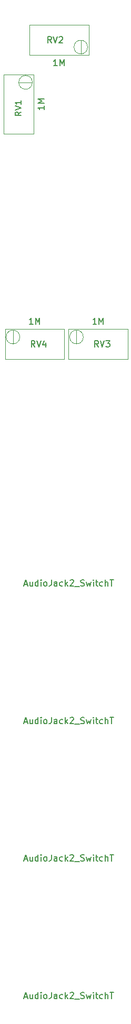
<source format=gbr>
%TF.GenerationSoftware,KiCad,Pcbnew,(5.1.9)-1*%
%TF.CreationDate,2021-09-21T18:31:50+01:00*%
%TF.ProjectId,Kosmo Noise,4b6f736d-6f20-44e6-9f69-73652e6b6963,rev?*%
%TF.SameCoordinates,Original*%
%TF.FileFunction,Other,Fab,Top*%
%FSLAX46Y46*%
G04 Gerber Fmt 4.6, Leading zero omitted, Abs format (unit mm)*
G04 Created by KiCad (PCBNEW (5.1.9)-1) date 2021-09-21 18:31:50*
%MOMM*%
%LPD*%
G01*
G04 APERTURE LIST*
%ADD10C,0.100000*%
%ADD11C,0.150000*%
G04 APERTURE END LIST*
D10*
%TO.C,RV1*%
X23183000Y-35565000D02*
X21014000Y-35564000D01*
X23183000Y-35565000D02*
X21014000Y-35564000D01*
X18538000Y-34295000D02*
X18538000Y-43825000D01*
X23368000Y-34295000D02*
X18538000Y-34295000D01*
X23368000Y-43825000D02*
X23368000Y-34295000D01*
X18538000Y-43825000D02*
X23368000Y-43825000D01*
X23193000Y-35565000D02*
G75*
G03*
X23193000Y-35565000I-1095000J0D01*
G01*
%TO.C,RV2*%
X32078000Y-29908500D02*
G75*
G03*
X32078000Y-29908500I-1095000J0D01*
G01*
X22723000Y-26348500D02*
X22723000Y-31178500D01*
X22723000Y-31178500D02*
X32253000Y-31178500D01*
X32253000Y-31178500D02*
X32253000Y-26348500D01*
X32253000Y-26348500D02*
X22723000Y-26348500D01*
X30983000Y-30993500D02*
X30984000Y-28824500D01*
X30983000Y-30993500D02*
X30984000Y-28824500D01*
%TO.C,RV3*%
X30294500Y-75242000D02*
X30293500Y-77411000D01*
X30294500Y-75242000D02*
X30293500Y-77411000D01*
X29024500Y-79887000D02*
X38554500Y-79887000D01*
X29024500Y-75057000D02*
X29024500Y-79887000D01*
X38554500Y-75057000D02*
X29024500Y-75057000D01*
X38554500Y-79887000D02*
X38554500Y-75057000D01*
X31389500Y-76327000D02*
G75*
G03*
X31389500Y-76327000I-1095000J0D01*
G01*
%TO.C,RV4*%
X21166000Y-76327000D02*
G75*
G03*
X21166000Y-76327000I-1095000J0D01*
G01*
X28331000Y-79887000D02*
X28331000Y-75057000D01*
X28331000Y-75057000D02*
X18801000Y-75057000D01*
X18801000Y-75057000D02*
X18801000Y-79887000D01*
X18801000Y-79887000D02*
X28331000Y-79887000D01*
X20071000Y-75242000D02*
X20070000Y-77411000D01*
X20071000Y-75242000D02*
X20070000Y-77411000D01*
%TD*%
%TO.C,J2*%
D11*
X21876642Y-115894166D02*
X22352833Y-115894166D01*
X21781404Y-116179880D02*
X22114738Y-115179880D01*
X22448071Y-116179880D01*
X23209976Y-115513214D02*
X23209976Y-116179880D01*
X22781404Y-115513214D02*
X22781404Y-116037023D01*
X22829023Y-116132261D01*
X22924261Y-116179880D01*
X23067119Y-116179880D01*
X23162357Y-116132261D01*
X23209976Y-116084642D01*
X24114738Y-116179880D02*
X24114738Y-115179880D01*
X24114738Y-116132261D02*
X24019499Y-116179880D01*
X23829023Y-116179880D01*
X23733785Y-116132261D01*
X23686166Y-116084642D01*
X23638547Y-115989404D01*
X23638547Y-115703690D01*
X23686166Y-115608452D01*
X23733785Y-115560833D01*
X23829023Y-115513214D01*
X24019499Y-115513214D01*
X24114738Y-115560833D01*
X24590928Y-116179880D02*
X24590928Y-115513214D01*
X24590928Y-115179880D02*
X24543309Y-115227500D01*
X24590928Y-115275119D01*
X24638547Y-115227500D01*
X24590928Y-115179880D01*
X24590928Y-115275119D01*
X25209976Y-116179880D02*
X25114738Y-116132261D01*
X25067119Y-116084642D01*
X25019499Y-115989404D01*
X25019499Y-115703690D01*
X25067119Y-115608452D01*
X25114738Y-115560833D01*
X25209976Y-115513214D01*
X25352833Y-115513214D01*
X25448071Y-115560833D01*
X25495690Y-115608452D01*
X25543309Y-115703690D01*
X25543309Y-115989404D01*
X25495690Y-116084642D01*
X25448071Y-116132261D01*
X25352833Y-116179880D01*
X25209976Y-116179880D01*
X26257595Y-115179880D02*
X26257595Y-115894166D01*
X26209976Y-116037023D01*
X26114738Y-116132261D01*
X25971880Y-116179880D01*
X25876642Y-116179880D01*
X27162357Y-116179880D02*
X27162357Y-115656071D01*
X27114738Y-115560833D01*
X27019499Y-115513214D01*
X26829023Y-115513214D01*
X26733785Y-115560833D01*
X27162357Y-116132261D02*
X27067119Y-116179880D01*
X26829023Y-116179880D01*
X26733785Y-116132261D01*
X26686166Y-116037023D01*
X26686166Y-115941785D01*
X26733785Y-115846547D01*
X26829023Y-115798928D01*
X27067119Y-115798928D01*
X27162357Y-115751309D01*
X28067119Y-116132261D02*
X27971880Y-116179880D01*
X27781404Y-116179880D01*
X27686166Y-116132261D01*
X27638547Y-116084642D01*
X27590928Y-115989404D01*
X27590928Y-115703690D01*
X27638547Y-115608452D01*
X27686166Y-115560833D01*
X27781404Y-115513214D01*
X27971880Y-115513214D01*
X28067119Y-115560833D01*
X28495690Y-116179880D02*
X28495690Y-115179880D01*
X28590928Y-115798928D02*
X28876642Y-116179880D01*
X28876642Y-115513214D02*
X28495690Y-115894166D01*
X29257595Y-115275119D02*
X29305214Y-115227500D01*
X29400452Y-115179880D01*
X29638547Y-115179880D01*
X29733785Y-115227500D01*
X29781404Y-115275119D01*
X29829023Y-115370357D01*
X29829023Y-115465595D01*
X29781404Y-115608452D01*
X29209976Y-116179880D01*
X29829023Y-116179880D01*
X30019499Y-116275119D02*
X30781404Y-116275119D01*
X30971880Y-116132261D02*
X31114738Y-116179880D01*
X31352833Y-116179880D01*
X31448071Y-116132261D01*
X31495690Y-116084642D01*
X31543309Y-115989404D01*
X31543309Y-115894166D01*
X31495690Y-115798928D01*
X31448071Y-115751309D01*
X31352833Y-115703690D01*
X31162357Y-115656071D01*
X31067119Y-115608452D01*
X31019500Y-115560833D01*
X30971880Y-115465595D01*
X30971880Y-115370357D01*
X31019500Y-115275119D01*
X31067119Y-115227500D01*
X31162357Y-115179880D01*
X31400452Y-115179880D01*
X31543309Y-115227500D01*
X31876642Y-115513214D02*
X32067119Y-116179880D01*
X32257595Y-115703690D01*
X32448071Y-116179880D01*
X32638547Y-115513214D01*
X33019499Y-116179880D02*
X33019499Y-115513214D01*
X33019499Y-115179880D02*
X32971880Y-115227500D01*
X33019499Y-115275119D01*
X33067119Y-115227500D01*
X33019499Y-115179880D01*
X33019499Y-115275119D01*
X33352833Y-115513214D02*
X33733785Y-115513214D01*
X33495690Y-115179880D02*
X33495690Y-116037023D01*
X33543309Y-116132261D01*
X33638547Y-116179880D01*
X33733785Y-116179880D01*
X34495690Y-116132261D02*
X34400452Y-116179880D01*
X34209976Y-116179880D01*
X34114738Y-116132261D01*
X34067119Y-116084642D01*
X34019499Y-115989404D01*
X34019499Y-115703690D01*
X34067119Y-115608452D01*
X34114738Y-115560833D01*
X34209976Y-115513214D01*
X34400452Y-115513214D01*
X34495690Y-115560833D01*
X34924261Y-116179880D02*
X34924261Y-115179880D01*
X35352833Y-116179880D02*
X35352833Y-115656071D01*
X35305214Y-115560833D01*
X35209976Y-115513214D01*
X35067119Y-115513214D01*
X34971880Y-115560833D01*
X34924261Y-115608452D01*
X35686166Y-115179880D02*
X36257595Y-115179880D01*
X35971880Y-116179880D02*
X35971880Y-115179880D01*
%TO.C,J1*%
X21876642Y-159899666D02*
X22352833Y-159899666D01*
X21781404Y-160185380D02*
X22114738Y-159185380D01*
X22448071Y-160185380D01*
X23209976Y-159518714D02*
X23209976Y-160185380D01*
X22781404Y-159518714D02*
X22781404Y-160042523D01*
X22829023Y-160137761D01*
X22924261Y-160185380D01*
X23067119Y-160185380D01*
X23162357Y-160137761D01*
X23209976Y-160090142D01*
X24114738Y-160185380D02*
X24114738Y-159185380D01*
X24114738Y-160137761D02*
X24019499Y-160185380D01*
X23829023Y-160185380D01*
X23733785Y-160137761D01*
X23686166Y-160090142D01*
X23638547Y-159994904D01*
X23638547Y-159709190D01*
X23686166Y-159613952D01*
X23733785Y-159566333D01*
X23829023Y-159518714D01*
X24019499Y-159518714D01*
X24114738Y-159566333D01*
X24590928Y-160185380D02*
X24590928Y-159518714D01*
X24590928Y-159185380D02*
X24543309Y-159233000D01*
X24590928Y-159280619D01*
X24638547Y-159233000D01*
X24590928Y-159185380D01*
X24590928Y-159280619D01*
X25209976Y-160185380D02*
X25114738Y-160137761D01*
X25067119Y-160090142D01*
X25019499Y-159994904D01*
X25019499Y-159709190D01*
X25067119Y-159613952D01*
X25114738Y-159566333D01*
X25209976Y-159518714D01*
X25352833Y-159518714D01*
X25448071Y-159566333D01*
X25495690Y-159613952D01*
X25543309Y-159709190D01*
X25543309Y-159994904D01*
X25495690Y-160090142D01*
X25448071Y-160137761D01*
X25352833Y-160185380D01*
X25209976Y-160185380D01*
X26257595Y-159185380D02*
X26257595Y-159899666D01*
X26209976Y-160042523D01*
X26114738Y-160137761D01*
X25971880Y-160185380D01*
X25876642Y-160185380D01*
X27162357Y-160185380D02*
X27162357Y-159661571D01*
X27114738Y-159566333D01*
X27019499Y-159518714D01*
X26829023Y-159518714D01*
X26733785Y-159566333D01*
X27162357Y-160137761D02*
X27067119Y-160185380D01*
X26829023Y-160185380D01*
X26733785Y-160137761D01*
X26686166Y-160042523D01*
X26686166Y-159947285D01*
X26733785Y-159852047D01*
X26829023Y-159804428D01*
X27067119Y-159804428D01*
X27162357Y-159756809D01*
X28067119Y-160137761D02*
X27971880Y-160185380D01*
X27781404Y-160185380D01*
X27686166Y-160137761D01*
X27638547Y-160090142D01*
X27590928Y-159994904D01*
X27590928Y-159709190D01*
X27638547Y-159613952D01*
X27686166Y-159566333D01*
X27781404Y-159518714D01*
X27971880Y-159518714D01*
X28067119Y-159566333D01*
X28495690Y-160185380D02*
X28495690Y-159185380D01*
X28590928Y-159804428D02*
X28876642Y-160185380D01*
X28876642Y-159518714D02*
X28495690Y-159899666D01*
X29257595Y-159280619D02*
X29305214Y-159233000D01*
X29400452Y-159185380D01*
X29638547Y-159185380D01*
X29733785Y-159233000D01*
X29781404Y-159280619D01*
X29829023Y-159375857D01*
X29829023Y-159471095D01*
X29781404Y-159613952D01*
X29209976Y-160185380D01*
X29829023Y-160185380D01*
X30019499Y-160280619D02*
X30781404Y-160280619D01*
X30971880Y-160137761D02*
X31114738Y-160185380D01*
X31352833Y-160185380D01*
X31448071Y-160137761D01*
X31495690Y-160090142D01*
X31543309Y-159994904D01*
X31543309Y-159899666D01*
X31495690Y-159804428D01*
X31448071Y-159756809D01*
X31352833Y-159709190D01*
X31162357Y-159661571D01*
X31067119Y-159613952D01*
X31019500Y-159566333D01*
X30971880Y-159471095D01*
X30971880Y-159375857D01*
X31019500Y-159280619D01*
X31067119Y-159233000D01*
X31162357Y-159185380D01*
X31400452Y-159185380D01*
X31543309Y-159233000D01*
X31876642Y-159518714D02*
X32067119Y-160185380D01*
X32257595Y-159709190D01*
X32448071Y-160185380D01*
X32638547Y-159518714D01*
X33019499Y-160185380D02*
X33019499Y-159518714D01*
X33019499Y-159185380D02*
X32971880Y-159233000D01*
X33019499Y-159280619D01*
X33067119Y-159233000D01*
X33019499Y-159185380D01*
X33019499Y-159280619D01*
X33352833Y-159518714D02*
X33733785Y-159518714D01*
X33495690Y-159185380D02*
X33495690Y-160042523D01*
X33543309Y-160137761D01*
X33638547Y-160185380D01*
X33733785Y-160185380D01*
X34495690Y-160137761D02*
X34400452Y-160185380D01*
X34209976Y-160185380D01*
X34114738Y-160137761D01*
X34067119Y-160090142D01*
X34019499Y-159994904D01*
X34019499Y-159709190D01*
X34067119Y-159613952D01*
X34114738Y-159566333D01*
X34209976Y-159518714D01*
X34400452Y-159518714D01*
X34495690Y-159566333D01*
X34924261Y-160185380D02*
X34924261Y-159185380D01*
X35352833Y-160185380D02*
X35352833Y-159661571D01*
X35305214Y-159566333D01*
X35209976Y-159518714D01*
X35067119Y-159518714D01*
X34971880Y-159566333D01*
X34924261Y-159613952D01*
X35686166Y-159185380D02*
X36257595Y-159185380D01*
X35971880Y-160185380D02*
X35971880Y-159185380D01*
%TO.C,J3*%
X21876642Y-181934166D02*
X22352833Y-181934166D01*
X21781404Y-182219880D02*
X22114738Y-181219880D01*
X22448071Y-182219880D01*
X23209976Y-181553214D02*
X23209976Y-182219880D01*
X22781404Y-181553214D02*
X22781404Y-182077023D01*
X22829023Y-182172261D01*
X22924261Y-182219880D01*
X23067119Y-182219880D01*
X23162357Y-182172261D01*
X23209976Y-182124642D01*
X24114738Y-182219880D02*
X24114738Y-181219880D01*
X24114738Y-182172261D02*
X24019499Y-182219880D01*
X23829023Y-182219880D01*
X23733785Y-182172261D01*
X23686166Y-182124642D01*
X23638547Y-182029404D01*
X23638547Y-181743690D01*
X23686166Y-181648452D01*
X23733785Y-181600833D01*
X23829023Y-181553214D01*
X24019499Y-181553214D01*
X24114738Y-181600833D01*
X24590928Y-182219880D02*
X24590928Y-181553214D01*
X24590928Y-181219880D02*
X24543309Y-181267500D01*
X24590928Y-181315119D01*
X24638547Y-181267500D01*
X24590928Y-181219880D01*
X24590928Y-181315119D01*
X25209976Y-182219880D02*
X25114738Y-182172261D01*
X25067119Y-182124642D01*
X25019499Y-182029404D01*
X25019499Y-181743690D01*
X25067119Y-181648452D01*
X25114738Y-181600833D01*
X25209976Y-181553214D01*
X25352833Y-181553214D01*
X25448071Y-181600833D01*
X25495690Y-181648452D01*
X25543309Y-181743690D01*
X25543309Y-182029404D01*
X25495690Y-182124642D01*
X25448071Y-182172261D01*
X25352833Y-182219880D01*
X25209976Y-182219880D01*
X26257595Y-181219880D02*
X26257595Y-181934166D01*
X26209976Y-182077023D01*
X26114738Y-182172261D01*
X25971880Y-182219880D01*
X25876642Y-182219880D01*
X27162357Y-182219880D02*
X27162357Y-181696071D01*
X27114738Y-181600833D01*
X27019499Y-181553214D01*
X26829023Y-181553214D01*
X26733785Y-181600833D01*
X27162357Y-182172261D02*
X27067119Y-182219880D01*
X26829023Y-182219880D01*
X26733785Y-182172261D01*
X26686166Y-182077023D01*
X26686166Y-181981785D01*
X26733785Y-181886547D01*
X26829023Y-181838928D01*
X27067119Y-181838928D01*
X27162357Y-181791309D01*
X28067119Y-182172261D02*
X27971880Y-182219880D01*
X27781404Y-182219880D01*
X27686166Y-182172261D01*
X27638547Y-182124642D01*
X27590928Y-182029404D01*
X27590928Y-181743690D01*
X27638547Y-181648452D01*
X27686166Y-181600833D01*
X27781404Y-181553214D01*
X27971880Y-181553214D01*
X28067119Y-181600833D01*
X28495690Y-182219880D02*
X28495690Y-181219880D01*
X28590928Y-181838928D02*
X28876642Y-182219880D01*
X28876642Y-181553214D02*
X28495690Y-181934166D01*
X29257595Y-181315119D02*
X29305214Y-181267500D01*
X29400452Y-181219880D01*
X29638547Y-181219880D01*
X29733785Y-181267500D01*
X29781404Y-181315119D01*
X29829023Y-181410357D01*
X29829023Y-181505595D01*
X29781404Y-181648452D01*
X29209976Y-182219880D01*
X29829023Y-182219880D01*
X30019499Y-182315119D02*
X30781404Y-182315119D01*
X30971880Y-182172261D02*
X31114738Y-182219880D01*
X31352833Y-182219880D01*
X31448071Y-182172261D01*
X31495690Y-182124642D01*
X31543309Y-182029404D01*
X31543309Y-181934166D01*
X31495690Y-181838928D01*
X31448071Y-181791309D01*
X31352833Y-181743690D01*
X31162357Y-181696071D01*
X31067119Y-181648452D01*
X31019500Y-181600833D01*
X30971880Y-181505595D01*
X30971880Y-181410357D01*
X31019500Y-181315119D01*
X31067119Y-181267500D01*
X31162357Y-181219880D01*
X31400452Y-181219880D01*
X31543309Y-181267500D01*
X31876642Y-181553214D02*
X32067119Y-182219880D01*
X32257595Y-181743690D01*
X32448071Y-182219880D01*
X32638547Y-181553214D01*
X33019499Y-182219880D02*
X33019499Y-181553214D01*
X33019499Y-181219880D02*
X32971880Y-181267500D01*
X33019499Y-181315119D01*
X33067119Y-181267500D01*
X33019499Y-181219880D01*
X33019499Y-181315119D01*
X33352833Y-181553214D02*
X33733785Y-181553214D01*
X33495690Y-181219880D02*
X33495690Y-182077023D01*
X33543309Y-182172261D01*
X33638547Y-182219880D01*
X33733785Y-182219880D01*
X34495690Y-182172261D02*
X34400452Y-182219880D01*
X34209976Y-182219880D01*
X34114738Y-182172261D01*
X34067119Y-182124642D01*
X34019499Y-182029404D01*
X34019499Y-181743690D01*
X34067119Y-181648452D01*
X34114738Y-181600833D01*
X34209976Y-181553214D01*
X34400452Y-181553214D01*
X34495690Y-181600833D01*
X34924261Y-182219880D02*
X34924261Y-181219880D01*
X35352833Y-182219880D02*
X35352833Y-181696071D01*
X35305214Y-181600833D01*
X35209976Y-181553214D01*
X35067119Y-181553214D01*
X34971880Y-181600833D01*
X34924261Y-181648452D01*
X35686166Y-181219880D02*
X36257595Y-181219880D01*
X35971880Y-182219880D02*
X35971880Y-181219880D01*
%TO.C,J5*%
X21876642Y-137928666D02*
X22352833Y-137928666D01*
X21781404Y-138214380D02*
X22114738Y-137214380D01*
X22448071Y-138214380D01*
X23209976Y-137547714D02*
X23209976Y-138214380D01*
X22781404Y-137547714D02*
X22781404Y-138071523D01*
X22829023Y-138166761D01*
X22924261Y-138214380D01*
X23067119Y-138214380D01*
X23162357Y-138166761D01*
X23209976Y-138119142D01*
X24114738Y-138214380D02*
X24114738Y-137214380D01*
X24114738Y-138166761D02*
X24019499Y-138214380D01*
X23829023Y-138214380D01*
X23733785Y-138166761D01*
X23686166Y-138119142D01*
X23638547Y-138023904D01*
X23638547Y-137738190D01*
X23686166Y-137642952D01*
X23733785Y-137595333D01*
X23829023Y-137547714D01*
X24019499Y-137547714D01*
X24114738Y-137595333D01*
X24590928Y-138214380D02*
X24590928Y-137547714D01*
X24590928Y-137214380D02*
X24543309Y-137262000D01*
X24590928Y-137309619D01*
X24638547Y-137262000D01*
X24590928Y-137214380D01*
X24590928Y-137309619D01*
X25209976Y-138214380D02*
X25114738Y-138166761D01*
X25067119Y-138119142D01*
X25019499Y-138023904D01*
X25019499Y-137738190D01*
X25067119Y-137642952D01*
X25114738Y-137595333D01*
X25209976Y-137547714D01*
X25352833Y-137547714D01*
X25448071Y-137595333D01*
X25495690Y-137642952D01*
X25543309Y-137738190D01*
X25543309Y-138023904D01*
X25495690Y-138119142D01*
X25448071Y-138166761D01*
X25352833Y-138214380D01*
X25209976Y-138214380D01*
X26257595Y-137214380D02*
X26257595Y-137928666D01*
X26209976Y-138071523D01*
X26114738Y-138166761D01*
X25971880Y-138214380D01*
X25876642Y-138214380D01*
X27162357Y-138214380D02*
X27162357Y-137690571D01*
X27114738Y-137595333D01*
X27019499Y-137547714D01*
X26829023Y-137547714D01*
X26733785Y-137595333D01*
X27162357Y-138166761D02*
X27067119Y-138214380D01*
X26829023Y-138214380D01*
X26733785Y-138166761D01*
X26686166Y-138071523D01*
X26686166Y-137976285D01*
X26733785Y-137881047D01*
X26829023Y-137833428D01*
X27067119Y-137833428D01*
X27162357Y-137785809D01*
X28067119Y-138166761D02*
X27971880Y-138214380D01*
X27781404Y-138214380D01*
X27686166Y-138166761D01*
X27638547Y-138119142D01*
X27590928Y-138023904D01*
X27590928Y-137738190D01*
X27638547Y-137642952D01*
X27686166Y-137595333D01*
X27781404Y-137547714D01*
X27971880Y-137547714D01*
X28067119Y-137595333D01*
X28495690Y-138214380D02*
X28495690Y-137214380D01*
X28590928Y-137833428D02*
X28876642Y-138214380D01*
X28876642Y-137547714D02*
X28495690Y-137928666D01*
X29257595Y-137309619D02*
X29305214Y-137262000D01*
X29400452Y-137214380D01*
X29638547Y-137214380D01*
X29733785Y-137262000D01*
X29781404Y-137309619D01*
X29829023Y-137404857D01*
X29829023Y-137500095D01*
X29781404Y-137642952D01*
X29209976Y-138214380D01*
X29829023Y-138214380D01*
X30019499Y-138309619D02*
X30781404Y-138309619D01*
X30971880Y-138166761D02*
X31114738Y-138214380D01*
X31352833Y-138214380D01*
X31448071Y-138166761D01*
X31495690Y-138119142D01*
X31543309Y-138023904D01*
X31543309Y-137928666D01*
X31495690Y-137833428D01*
X31448071Y-137785809D01*
X31352833Y-137738190D01*
X31162357Y-137690571D01*
X31067119Y-137642952D01*
X31019500Y-137595333D01*
X30971880Y-137500095D01*
X30971880Y-137404857D01*
X31019500Y-137309619D01*
X31067119Y-137262000D01*
X31162357Y-137214380D01*
X31400452Y-137214380D01*
X31543309Y-137262000D01*
X31876642Y-137547714D02*
X32067119Y-138214380D01*
X32257595Y-137738190D01*
X32448071Y-138214380D01*
X32638547Y-137547714D01*
X33019499Y-138214380D02*
X33019499Y-137547714D01*
X33019499Y-137214380D02*
X32971880Y-137262000D01*
X33019499Y-137309619D01*
X33067119Y-137262000D01*
X33019499Y-137214380D01*
X33019499Y-137309619D01*
X33352833Y-137547714D02*
X33733785Y-137547714D01*
X33495690Y-137214380D02*
X33495690Y-138071523D01*
X33543309Y-138166761D01*
X33638547Y-138214380D01*
X33733785Y-138214380D01*
X34495690Y-138166761D02*
X34400452Y-138214380D01*
X34209976Y-138214380D01*
X34114738Y-138166761D01*
X34067119Y-138119142D01*
X34019499Y-138023904D01*
X34019499Y-137738190D01*
X34067119Y-137642952D01*
X34114738Y-137595333D01*
X34209976Y-137547714D01*
X34400452Y-137547714D01*
X34495690Y-137595333D01*
X34924261Y-138214380D02*
X34924261Y-137214380D01*
X35352833Y-138214380D02*
X35352833Y-137690571D01*
X35305214Y-137595333D01*
X35209976Y-137547714D01*
X35067119Y-137547714D01*
X34971880Y-137595333D01*
X34924261Y-137642952D01*
X35686166Y-137214380D02*
X36257595Y-137214380D01*
X35971880Y-138214380D02*
X35971880Y-137214380D01*
%TO.C,RV1*%
X25070380Y-39345714D02*
X25070380Y-39917142D01*
X25070380Y-39631428D02*
X24070380Y-39631428D01*
X24213238Y-39726666D01*
X24308476Y-39821904D01*
X24356095Y-39917142D01*
X25070380Y-38917142D02*
X24070380Y-38917142D01*
X24784666Y-38583809D01*
X24070380Y-38250476D01*
X25070380Y-38250476D01*
X21405380Y-40290238D02*
X20929190Y-40623571D01*
X21405380Y-40861666D02*
X20405380Y-40861666D01*
X20405380Y-40480714D01*
X20453000Y-40385476D01*
X20500619Y-40337857D01*
X20595857Y-40290238D01*
X20738714Y-40290238D01*
X20833952Y-40337857D01*
X20881571Y-40385476D01*
X20929190Y-40480714D01*
X20929190Y-40861666D01*
X20405380Y-40004523D02*
X21405380Y-39671190D01*
X20405380Y-39337857D01*
X21405380Y-38480714D02*
X21405380Y-39052142D01*
X21405380Y-38766428D02*
X20405380Y-38766428D01*
X20548238Y-38861666D01*
X20643476Y-38956904D01*
X20691095Y-39052142D01*
%TO.C,RV2*%
X27202285Y-32880880D02*
X26630857Y-32880880D01*
X26916571Y-32880880D02*
X26916571Y-31880880D01*
X26821333Y-32023738D01*
X26726095Y-32118976D01*
X26630857Y-32166595D01*
X27630857Y-32880880D02*
X27630857Y-31880880D01*
X27964190Y-32595166D01*
X28297523Y-31880880D01*
X28297523Y-32880880D01*
X26257761Y-29215880D02*
X25924428Y-28739690D01*
X25686333Y-29215880D02*
X25686333Y-28215880D01*
X26067285Y-28215880D01*
X26162523Y-28263500D01*
X26210142Y-28311119D01*
X26257761Y-28406357D01*
X26257761Y-28549214D01*
X26210142Y-28644452D01*
X26162523Y-28692071D01*
X26067285Y-28739690D01*
X25686333Y-28739690D01*
X26543476Y-28215880D02*
X26876809Y-29215880D01*
X27210142Y-28215880D01*
X27495857Y-28311119D02*
X27543476Y-28263500D01*
X27638714Y-28215880D01*
X27876809Y-28215880D01*
X27972047Y-28263500D01*
X28019666Y-28311119D01*
X28067285Y-28406357D01*
X28067285Y-28501595D01*
X28019666Y-28644452D01*
X27448238Y-29215880D01*
X28067285Y-29215880D01*
%TO.C,RV3*%
X33503785Y-74259380D02*
X32932357Y-74259380D01*
X33218071Y-74259380D02*
X33218071Y-73259380D01*
X33122833Y-73402238D01*
X33027595Y-73497476D01*
X32932357Y-73545095D01*
X33932357Y-74259380D02*
X33932357Y-73259380D01*
X34265690Y-73973666D01*
X34599023Y-73259380D01*
X34599023Y-74259380D01*
X33829261Y-77924380D02*
X33495928Y-77448190D01*
X33257833Y-77924380D02*
X33257833Y-76924380D01*
X33638785Y-76924380D01*
X33734023Y-76972000D01*
X33781642Y-77019619D01*
X33829261Y-77114857D01*
X33829261Y-77257714D01*
X33781642Y-77352952D01*
X33734023Y-77400571D01*
X33638785Y-77448190D01*
X33257833Y-77448190D01*
X34114976Y-76924380D02*
X34448309Y-77924380D01*
X34781642Y-76924380D01*
X35019738Y-76924380D02*
X35638785Y-76924380D01*
X35305452Y-77305333D01*
X35448309Y-77305333D01*
X35543547Y-77352952D01*
X35591166Y-77400571D01*
X35638785Y-77495809D01*
X35638785Y-77733904D01*
X35591166Y-77829142D01*
X35543547Y-77876761D01*
X35448309Y-77924380D01*
X35162595Y-77924380D01*
X35067357Y-77876761D01*
X35019738Y-77829142D01*
%TO.C,RV4*%
X23280285Y-74259380D02*
X22708857Y-74259380D01*
X22994571Y-74259380D02*
X22994571Y-73259380D01*
X22899333Y-73402238D01*
X22804095Y-73497476D01*
X22708857Y-73545095D01*
X23708857Y-74259380D02*
X23708857Y-73259380D01*
X24042190Y-73973666D01*
X24375523Y-73259380D01*
X24375523Y-74259380D01*
X23605761Y-77924380D02*
X23272428Y-77448190D01*
X23034333Y-77924380D02*
X23034333Y-76924380D01*
X23415285Y-76924380D01*
X23510523Y-76972000D01*
X23558142Y-77019619D01*
X23605761Y-77114857D01*
X23605761Y-77257714D01*
X23558142Y-77352952D01*
X23510523Y-77400571D01*
X23415285Y-77448190D01*
X23034333Y-77448190D01*
X23891476Y-76924380D02*
X24224809Y-77924380D01*
X24558142Y-76924380D01*
X25320047Y-77257714D02*
X25320047Y-77924380D01*
X25081952Y-76876761D02*
X24843857Y-77591047D01*
X25462904Y-77591047D01*
%TD*%
M02*

</source>
